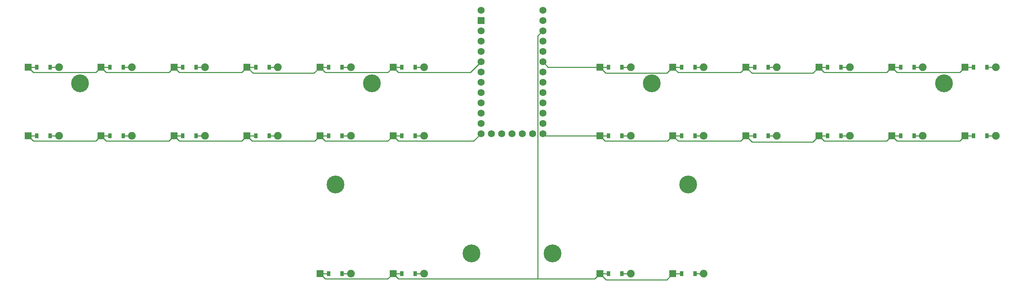
<source format=gbr>
%TF.GenerationSoftware,KiCad,Pcbnew,9.0.0*%
%TF.CreationDate,2025-03-17T14:32:24+01:00*%
%TF.ProjectId,pcb,7063622e-6b69-4636-9164-5f7063625858,v1.0.0*%
%TF.SameCoordinates,Original*%
%TF.FileFunction,Copper,L1,Top*%
%TF.FilePolarity,Positive*%
%FSLAX46Y46*%
G04 Gerber Fmt 4.6, Leading zero omitted, Abs format (unit mm)*
G04 Created by KiCad (PCBNEW 9.0.0) date 2025-03-17 14:32:24*
%MOMM*%
%LPD*%
G01*
G04 APERTURE LIST*
%TA.AperFunction,SMDPad,CuDef*%
%ADD10R,0.900000X1.200000*%
%TD*%
%TA.AperFunction,ComponentPad*%
%ADD11R,1.778000X1.778000*%
%TD*%
%TA.AperFunction,ComponentPad*%
%ADD12C,1.905000*%
%TD*%
%TA.AperFunction,ComponentPad*%
%ADD13C,1.752600*%
%TD*%
%TA.AperFunction,ComponentPad*%
%ADD14R,1.752600X1.752600*%
%TD*%
%TA.AperFunction,ComponentPad*%
%ADD15C,4.400000*%
%TD*%
%TA.AperFunction,ComponentPad*%
%ADD16C,0.700000*%
%TD*%
%TA.AperFunction,Conductor*%
%ADD17C,0.250000*%
%TD*%
G04 APERTURE END LIST*
D10*
%TO.P,D1,1*%
%TO.N,D21*%
X98350000Y-105000000D03*
%TO.P,D1,2*%
%TO.N,outer_lbottom*%
X101650000Y-105000000D03*
D11*
%TO.P,D1,1*%
%TO.N,D21*%
X96190000Y-105000000D03*
D12*
%TO.P,D1,2*%
%TO.N,outer_lbottom*%
X103810000Y-105000000D03*
%TD*%
D10*
%TO.P,D2,1*%
%TO.N,D29*%
X98350000Y-88000000D03*
%TO.P,D2,2*%
%TO.N,outer_ltop*%
X101650000Y-88000000D03*
D11*
%TO.P,D2,1*%
%TO.N,D29*%
X96190000Y-88000000D03*
D12*
%TO.P,D2,2*%
%TO.N,outer_ltop*%
X103810000Y-88000000D03*
%TD*%
D10*
%TO.P,D3,1*%
%TO.N,D21*%
X116350000Y-105000000D03*
%TO.P,D3,2*%
%TO.N,pinky_lbottom*%
X119650000Y-105000000D03*
D11*
%TO.P,D3,1*%
%TO.N,D21*%
X114190000Y-105000000D03*
D12*
%TO.P,D3,2*%
%TO.N,pinky_lbottom*%
X121810000Y-105000000D03*
%TD*%
D10*
%TO.P,D4,1*%
%TO.N,D29*%
X116350000Y-88000000D03*
%TO.P,D4,2*%
%TO.N,pinky_ltop*%
X119650000Y-88000000D03*
D11*
%TO.P,D4,1*%
%TO.N,D29*%
X114190000Y-88000000D03*
D12*
%TO.P,D4,2*%
%TO.N,pinky_ltop*%
X121810000Y-88000000D03*
%TD*%
D10*
%TO.P,D5,1*%
%TO.N,D21*%
X134350000Y-105000000D03*
%TO.P,D5,2*%
%TO.N,ring_lbottom*%
X137650000Y-105000000D03*
D11*
%TO.P,D5,1*%
%TO.N,D21*%
X132190000Y-105000000D03*
D12*
%TO.P,D5,2*%
%TO.N,ring_lbottom*%
X139810000Y-105000000D03*
%TD*%
D10*
%TO.P,D6,1*%
%TO.N,D29*%
X134350000Y-88000000D03*
%TO.P,D6,2*%
%TO.N,ring_ltop*%
X137650000Y-88000000D03*
D11*
%TO.P,D6,1*%
%TO.N,D29*%
X132190000Y-88000000D03*
D12*
%TO.P,D6,2*%
%TO.N,ring_ltop*%
X139810000Y-88000000D03*
%TD*%
D10*
%TO.P,D7,1*%
%TO.N,D21*%
X152350000Y-105000000D03*
%TO.P,D7,2*%
%TO.N,middle_lbottom*%
X155650000Y-105000000D03*
D11*
%TO.P,D7,1*%
%TO.N,D21*%
X150190000Y-105000000D03*
D12*
%TO.P,D7,2*%
%TO.N,middle_lbottom*%
X157810000Y-105000000D03*
%TD*%
D10*
%TO.P,D8,1*%
%TO.N,D29*%
X152350000Y-88000000D03*
%TO.P,D8,2*%
%TO.N,middle_ltop*%
X155650000Y-88000000D03*
D11*
%TO.P,D8,1*%
%TO.N,D29*%
X150190000Y-88000000D03*
D12*
%TO.P,D8,2*%
%TO.N,middle_ltop*%
X157810000Y-88000000D03*
%TD*%
D10*
%TO.P,D9,1*%
%TO.N,D21*%
X170350000Y-105000000D03*
%TO.P,D9,2*%
%TO.N,index_lbottom*%
X173650000Y-105000000D03*
D11*
%TO.P,D9,1*%
%TO.N,D21*%
X168190000Y-105000000D03*
D12*
%TO.P,D9,2*%
%TO.N,index_lbottom*%
X175810000Y-105000000D03*
%TD*%
D10*
%TO.P,D10,1*%
%TO.N,D29*%
X170350000Y-88000000D03*
%TO.P,D10,2*%
%TO.N,index_ltop*%
X173650000Y-88000000D03*
D11*
%TO.P,D10,1*%
%TO.N,D29*%
X168190000Y-88000000D03*
D12*
%TO.P,D10,2*%
%TO.N,index_ltop*%
X175810000Y-88000000D03*
%TD*%
D10*
%TO.P,D11,1*%
%TO.N,D21*%
X188350000Y-105000000D03*
%TO.P,D11,2*%
%TO.N,inner_lbottom*%
X191650000Y-105000000D03*
D11*
%TO.P,D11,1*%
%TO.N,D21*%
X186190000Y-105000000D03*
D12*
%TO.P,D11,2*%
%TO.N,inner_lbottom*%
X193810000Y-105000000D03*
%TD*%
D10*
%TO.P,D12,1*%
%TO.N,D29*%
X188350000Y-88000000D03*
%TO.P,D12,2*%
%TO.N,inner_ltop*%
X191650000Y-88000000D03*
D11*
%TO.P,D12,1*%
%TO.N,D29*%
X186190000Y-88000000D03*
D12*
%TO.P,D12,2*%
%TO.N,inner_ltop*%
X193810000Y-88000000D03*
%TD*%
D10*
%TO.P,D13,1*%
%TO.N,D9*%
X239350000Y-105000000D03*
%TO.P,D13,2*%
%TO.N,inner_rbottom*%
X242650000Y-105000000D03*
D11*
%TO.P,D13,1*%
%TO.N,D9*%
X237190000Y-105000000D03*
D12*
%TO.P,D13,2*%
%TO.N,inner_rbottom*%
X244810000Y-105000000D03*
%TD*%
D10*
%TO.P,D14,1*%
%TO.N,D2*%
X239350000Y-88000000D03*
%TO.P,D14,2*%
%TO.N,inner_rtop*%
X242650000Y-88000000D03*
D11*
%TO.P,D14,1*%
%TO.N,D2*%
X237190000Y-88000000D03*
D12*
%TO.P,D14,2*%
%TO.N,inner_rtop*%
X244810000Y-88000000D03*
%TD*%
D10*
%TO.P,D15,1*%
%TO.N,D9*%
X257350000Y-105000000D03*
%TO.P,D15,2*%
%TO.N,index_rbottom*%
X260650000Y-105000000D03*
D11*
%TO.P,D15,1*%
%TO.N,D9*%
X255190000Y-105000000D03*
D12*
%TO.P,D15,2*%
%TO.N,index_rbottom*%
X262810000Y-105000000D03*
%TD*%
D10*
%TO.P,D16,1*%
%TO.N,D2*%
X257350000Y-88000000D03*
%TO.P,D16,2*%
%TO.N,index_rtop*%
X260650000Y-88000000D03*
D11*
%TO.P,D16,1*%
%TO.N,D2*%
X255190000Y-88000000D03*
D12*
%TO.P,D16,2*%
%TO.N,index_rtop*%
X262810000Y-88000000D03*
%TD*%
D10*
%TO.P,D17,1*%
%TO.N,D9*%
X275350000Y-105000000D03*
%TO.P,D17,2*%
%TO.N,middle_rbottom*%
X278650000Y-105000000D03*
D11*
%TO.P,D17,1*%
%TO.N,D9*%
X273190000Y-105000000D03*
D12*
%TO.P,D17,2*%
%TO.N,middle_rbottom*%
X280810000Y-105000000D03*
%TD*%
D10*
%TO.P,D18,1*%
%TO.N,D2*%
X275350000Y-88000000D03*
%TO.P,D18,2*%
%TO.N,middle_rtop*%
X278650000Y-88000000D03*
D11*
%TO.P,D18,1*%
%TO.N,D2*%
X273190000Y-88000000D03*
D12*
%TO.P,D18,2*%
%TO.N,middle_rtop*%
X280810000Y-88000000D03*
%TD*%
D10*
%TO.P,D19,1*%
%TO.N,D9*%
X293350000Y-105000000D03*
%TO.P,D19,2*%
%TO.N,ring_rbottom*%
X296650000Y-105000000D03*
D11*
%TO.P,D19,1*%
%TO.N,D9*%
X291190000Y-105000000D03*
D12*
%TO.P,D19,2*%
%TO.N,ring_rbottom*%
X298810000Y-105000000D03*
%TD*%
D10*
%TO.P,D20,1*%
%TO.N,D2*%
X293350000Y-88000000D03*
%TO.P,D20,2*%
%TO.N,ring_rtop*%
X296650000Y-88000000D03*
D11*
%TO.P,D20,1*%
%TO.N,D2*%
X291190000Y-88000000D03*
D12*
%TO.P,D20,2*%
%TO.N,ring_rtop*%
X298810000Y-88000000D03*
%TD*%
D10*
%TO.P,D21,1*%
%TO.N,D9*%
X311350000Y-105000000D03*
%TO.P,D21,2*%
%TO.N,pinky_rbottom*%
X314650000Y-105000000D03*
D11*
%TO.P,D21,1*%
%TO.N,D9*%
X309190000Y-105000000D03*
D12*
%TO.P,D21,2*%
%TO.N,pinky_rbottom*%
X316810000Y-105000000D03*
%TD*%
D10*
%TO.P,D22,1*%
%TO.N,D2*%
X311350000Y-88000000D03*
%TO.P,D22,2*%
%TO.N,pinky_rtop*%
X314650000Y-88000000D03*
D11*
%TO.P,D22,1*%
%TO.N,D2*%
X309190000Y-88000000D03*
D12*
%TO.P,D22,2*%
%TO.N,pinky_rtop*%
X316810000Y-88000000D03*
%TD*%
D10*
%TO.P,D23,1*%
%TO.N,D9*%
X329350000Y-105000000D03*
%TO.P,D23,2*%
%TO.N,outer_rbottom*%
X332650000Y-105000000D03*
D11*
%TO.P,D23,1*%
%TO.N,D9*%
X327190000Y-105000000D03*
D12*
%TO.P,D23,2*%
%TO.N,outer_rbottom*%
X334810000Y-105000000D03*
%TD*%
D10*
%TO.P,D24,1*%
%TO.N,D2*%
X329350000Y-88000000D03*
%TO.P,D24,2*%
%TO.N,outer_rtop*%
X332650000Y-88000000D03*
D11*
%TO.P,D24,1*%
%TO.N,D2*%
X327190000Y-88000000D03*
D12*
%TO.P,D24,2*%
%TO.N,outer_rtop*%
X334810000Y-88000000D03*
%TD*%
D10*
%TO.P,D25,1*%
%TO.N,D1*%
X170350000Y-139000000D03*
%TO.P,D25,2*%
%TO.N,outer_lttop*%
X173650000Y-139000000D03*
D11*
%TO.P,D25,1*%
%TO.N,D1*%
X168190000Y-139000000D03*
D12*
%TO.P,D25,2*%
%TO.N,outer_lttop*%
X175810000Y-139000000D03*
%TD*%
D10*
%TO.P,D26,1*%
%TO.N,D1*%
X188350000Y-139000000D03*
%TO.P,D26,2*%
%TO.N,inner_lttop*%
X191650000Y-139000000D03*
D11*
%TO.P,D26,1*%
%TO.N,D1*%
X186190000Y-139000000D03*
D12*
%TO.P,D26,2*%
%TO.N,inner_lttop*%
X193810000Y-139000000D03*
%TD*%
D10*
%TO.P,D27,1*%
%TO.N,D1*%
X239350000Y-139000000D03*
%TO.P,D27,2*%
%TO.N,inner_rttop*%
X242650000Y-139000000D03*
D11*
%TO.P,D27,1*%
%TO.N,D1*%
X237190000Y-139000000D03*
D12*
%TO.P,D27,2*%
%TO.N,inner_rttop*%
X244810000Y-139000000D03*
%TD*%
D10*
%TO.P,D28,1*%
%TO.N,D1*%
X257350000Y-139000000D03*
%TO.P,D28,2*%
%TO.N,outer_rttop*%
X260650000Y-139000000D03*
D11*
%TO.P,D28,1*%
%TO.N,D1*%
X255190000Y-139000000D03*
D12*
%TO.P,D28,2*%
%TO.N,outer_rttop*%
X262810000Y-139000000D03*
%TD*%
D13*
%TO.P,MCU1,2*%
%TO.N,Dm*%
X207880000Y-73990000D03*
D14*
%TO.P,MCU1,1*%
%TO.N,RAW*%
X207880000Y-76530000D03*
D13*
%TO.P,MCU1,2*%
%TO.N,GND*%
X207880000Y-79070000D03*
%TO.P,MCU1,3*%
%TO.N,RST*%
X207880000Y-81610000D03*
%TO.P,MCU1,4*%
%TO.N,VCC*%
X207880000Y-84150000D03*
%TO.P,MCU1,5*%
%TO.N,D29*%
X207880000Y-86690000D03*
%TO.P,MCU1,6*%
%TO.N,D28*%
X207880000Y-89230000D03*
%TO.P,MCU1,7*%
%TO.N,D27*%
X207880000Y-91770000D03*
%TO.P,MCU1,8*%
%TO.N,D26*%
X207880000Y-94310000D03*
%TO.P,MCU1,9*%
%TO.N,D22*%
X207880000Y-96850000D03*
%TO.P,MCU1,10*%
%TO.N,D20*%
X207880000Y-99390000D03*
%TO.P,MCU1,11*%
%TO.N,D23*%
X207880000Y-101930000D03*
%TO.P,MCU1,12*%
%TO.N,D21*%
X207880000Y-104470000D03*
%TO.P,MCU1,13*%
%TO.N,D12*%
X220580000Y-104470000D03*
%TO.P,MCU1,14*%
%TO.N,D13*%
X218040000Y-104470000D03*
%TO.P,MCU1,15*%
%TO.N,D14*%
X215500000Y-104470000D03*
%TO.P,MCU1,16*%
%TO.N,D15*%
X212960000Y-104470000D03*
%TO.P,MCU1,17*%
%TO.N,D16*%
X210420000Y-104470000D03*
%TO.P,MCU1,18*%
%TO.N,Dp*%
X223120000Y-73990000D03*
%TO.P,MCU1,19*%
%TO.N,D0*%
X223120000Y-76530000D03*
%TO.P,MCU1,20*%
%TO.N,D1*%
X223120000Y-79070000D03*
%TO.P,MCU1,21*%
%TO.N,GND*%
X223120000Y-81610000D03*
%TO.P,MCU1,22*%
X223120000Y-84150000D03*
%TO.P,MCU1,23*%
%TO.N,D2*%
X223120000Y-86690000D03*
%TO.P,MCU1,24*%
%TO.N,D3*%
X223120000Y-89230000D03*
%TO.P,MCU1,25*%
%TO.N,D4*%
X223120000Y-91770000D03*
%TO.P,MCU1,26*%
%TO.N,D5*%
X223120000Y-94310000D03*
%TO.P,MCU1,27*%
%TO.N,D6*%
X223120000Y-96850000D03*
%TO.P,MCU1,28*%
%TO.N,D7*%
X223120000Y-99390000D03*
%TO.P,MCU1,29*%
%TO.N,D8*%
X223120000Y-101930000D03*
%TO.P,MCU1,30*%
%TO.N,D9*%
X223120000Y-104470000D03*
%TD*%
D15*
%TO.P,_1,1*%
%TO.N,N/C*%
X109000000Y-92000000D03*
D16*
X110629630Y-92000000D03*
X110152322Y-93152322D03*
X109000000Y-93629630D03*
X107847678Y-93152322D03*
X107370370Y-92000000D03*
X107847678Y-90847678D03*
X109000000Y-90370370D03*
X110152322Y-90847678D03*
%TD*%
D15*
%TO.P,_2,1*%
%TO.N,N/C*%
X181000000Y-92000000D03*
D16*
X182629630Y-92000000D03*
X182152322Y-93152322D03*
X181000000Y-93629630D03*
X179847678Y-93152322D03*
X179370370Y-92000000D03*
X179847678Y-90847678D03*
X181000000Y-90370370D03*
X182152322Y-90847678D03*
%TD*%
D15*
%TO.P,_3,1*%
%TO.N,N/C*%
X250000000Y-92000000D03*
D16*
X251629630Y-92000000D03*
X251152322Y-93152322D03*
X250000000Y-93629630D03*
X248847678Y-93152322D03*
X248370370Y-92000000D03*
X248847678Y-90847678D03*
X250000000Y-90370370D03*
X251152322Y-90847678D03*
%TD*%
D15*
%TO.P,_4,1*%
%TO.N,N/C*%
X322000000Y-92000000D03*
D16*
X323629630Y-92000000D03*
X323152322Y-93152322D03*
X322000000Y-93629630D03*
X320847678Y-93152322D03*
X320370370Y-92000000D03*
X320847678Y-90847678D03*
X322000000Y-90370370D03*
X323152322Y-90847678D03*
%TD*%
D15*
%TO.P,_5,1*%
%TO.N,N/C*%
X172000000Y-117000000D03*
D16*
X173629630Y-117000000D03*
X173152322Y-118152322D03*
X172000000Y-118629630D03*
X170847678Y-118152322D03*
X170370370Y-117000000D03*
X170847678Y-115847678D03*
X172000000Y-115370370D03*
X173152322Y-115847678D03*
%TD*%
D15*
%TO.P,_6,1*%
%TO.N,N/C*%
X259000000Y-117000000D03*
D16*
X260629630Y-117000000D03*
X260152322Y-118152322D03*
X259000000Y-118629630D03*
X257847678Y-118152322D03*
X257370370Y-117000000D03*
X257847678Y-115847678D03*
X259000000Y-115370370D03*
X260152322Y-115847678D03*
%TD*%
D15*
%TO.P,_7,1*%
%TO.N,N/C*%
X205500000Y-134000000D03*
D16*
X207129630Y-134000000D03*
X206652322Y-135152322D03*
X205500000Y-135629630D03*
X204347678Y-135152322D03*
X203870370Y-134000000D03*
X204347678Y-132847678D03*
X205500000Y-132370370D03*
X206652322Y-132847678D03*
%TD*%
D15*
%TO.P,_8,1*%
%TO.N,N/C*%
X225500000Y-134000000D03*
D16*
X227129630Y-134000000D03*
X226652322Y-135152322D03*
X225500000Y-135629630D03*
X224347678Y-135152322D03*
X223870370Y-134000000D03*
X224347678Y-132847678D03*
X225500000Y-132370370D03*
X226652322Y-132847678D03*
%TD*%
D17*
%TO.N,D1*%
X187468500Y-140278500D02*
X222000000Y-140278500D01*
X223120000Y-79070000D02*
X221917700Y-80272300D01*
X221917700Y-80272300D02*
X221917700Y-140196200D01*
X221917700Y-140196200D02*
X222000000Y-140278500D01*
X186190000Y-139000000D02*
X187468500Y-140278500D01*
X222000000Y-140278500D02*
X235911500Y-140278500D01*
X235911500Y-140278500D02*
X237190000Y-139000000D01*
%TO.N,D2*%
X237190000Y-88000000D02*
X224430000Y-88000000D01*
X224430000Y-88000000D02*
X223120000Y-86690000D01*
%TO.N,D9*%
X237190000Y-105000000D02*
X223650000Y-105000000D01*
X223650000Y-105000000D02*
X223120000Y-104470000D01*
%TO.N,D29*%
X186190000Y-88000000D02*
X187468500Y-89278500D01*
X187468500Y-89278500D02*
X205291500Y-89278500D01*
X205291500Y-89278500D02*
X207880000Y-86690000D01*
%TO.N,D21*%
X186190000Y-105000000D02*
X187468500Y-106278500D01*
X187468500Y-106278500D02*
X206071500Y-106278500D01*
X206071500Y-106278500D02*
X207880000Y-104470000D01*
X168190000Y-105000000D02*
X169468500Y-106278500D01*
X184911500Y-106278500D02*
X186190000Y-105000000D01*
X169468500Y-106278500D02*
X184911500Y-106278500D01*
X150190000Y-105000000D02*
X151468500Y-106278500D01*
X151468500Y-106278500D02*
X166911500Y-106278500D01*
X166911500Y-106278500D02*
X168190000Y-105000000D01*
X132190000Y-105000000D02*
X133468500Y-106278500D01*
X148911500Y-106278500D02*
X150190000Y-105000000D01*
X133468500Y-106278500D02*
X148911500Y-106278500D01*
X114190000Y-105000000D02*
X115468500Y-106278500D01*
X115468500Y-106278500D02*
X130911500Y-106278500D01*
X130911500Y-106278500D02*
X132190000Y-105000000D01*
X96190000Y-105000000D02*
X97468500Y-106278500D01*
X97468500Y-106278500D02*
X112911500Y-106278500D01*
X112911500Y-106278500D02*
X114190000Y-105000000D01*
%TO.N,D29*%
X168190000Y-88000000D02*
X169468500Y-89278500D01*
X169468500Y-89278500D02*
X184911500Y-89278500D01*
X184911500Y-89278500D02*
X186190000Y-88000000D01*
X150190000Y-88000000D02*
X151690000Y-89500000D01*
X151690000Y-89500000D02*
X166690000Y-89500000D01*
X166690000Y-89500000D02*
X168190000Y-88000000D01*
X132190000Y-88000000D02*
X133468500Y-89278500D01*
X133468500Y-89278500D02*
X148911500Y-89278500D01*
X148911500Y-89278500D02*
X150190000Y-88000000D01*
X114190000Y-88000000D02*
X115468500Y-89278500D01*
X115468500Y-89278500D02*
X130911500Y-89278500D01*
X130911500Y-89278500D02*
X132190000Y-88000000D01*
X96190000Y-88000000D02*
X97468500Y-89278500D01*
X97468500Y-89278500D02*
X112911500Y-89278500D01*
X112911500Y-89278500D02*
X114190000Y-88000000D01*
%TO.N,D1*%
X168190000Y-139000000D02*
X169468500Y-140278500D01*
X169468500Y-140278500D02*
X184911500Y-140278500D01*
X184911500Y-140278500D02*
X186190000Y-139000000D01*
X237190000Y-139000000D02*
X238690000Y-140500000D01*
X238690000Y-140500000D02*
X253690000Y-140500000D01*
X253690000Y-140500000D02*
X255190000Y-139000000D01*
%TO.N,D9*%
X309190000Y-105000000D02*
X310468500Y-106278500D01*
X310468500Y-106278500D02*
X325911500Y-106278500D01*
X325911500Y-106278500D02*
X327190000Y-105000000D01*
X291190000Y-105000000D02*
X292468500Y-106278500D01*
X292468500Y-106278500D02*
X307911500Y-106278500D01*
X307911500Y-106278500D02*
X309190000Y-105000000D01*
X273190000Y-105000000D02*
X274690000Y-106500000D01*
X274690000Y-106500000D02*
X289690000Y-106500000D01*
X289690000Y-106500000D02*
X291190000Y-105000000D01*
X255190000Y-105000000D02*
X256468500Y-106278500D01*
X256468500Y-106278500D02*
X271911500Y-106278500D01*
X271911500Y-106278500D02*
X273190000Y-105000000D01*
X237190000Y-105000000D02*
X238468500Y-106278500D01*
X238468500Y-106278500D02*
X253911500Y-106278500D01*
X253911500Y-106278500D02*
X255190000Y-105000000D01*
%TO.N,D2*%
X309190000Y-88000000D02*
X310468500Y-89278500D01*
X325911500Y-89278500D02*
X327190000Y-88000000D01*
X310468500Y-89278500D02*
X325911500Y-89278500D01*
X291190000Y-88000000D02*
X292468500Y-89278500D01*
X307911500Y-89278500D02*
X309190000Y-88000000D01*
X292468500Y-89278500D02*
X307911500Y-89278500D01*
X273190000Y-88000000D02*
X274690000Y-89500000D01*
X274690000Y-89500000D02*
X289690000Y-89500000D01*
X289690000Y-89500000D02*
X291190000Y-88000000D01*
X255190000Y-88000000D02*
X256468500Y-89278500D01*
X256468500Y-89278500D02*
X271911500Y-89278500D01*
X271911500Y-89278500D02*
X273190000Y-88000000D01*
X237190000Y-88000000D02*
X238664000Y-89474000D01*
X238664000Y-89474000D02*
X253716000Y-89474000D01*
X253716000Y-89474000D02*
X255190000Y-88000000D01*
%TO.N,D9*%
X239350000Y-105000000D02*
X237190000Y-105000000D01*
%TO.N,inner_rbottom*%
X244810000Y-105000000D02*
X242650000Y-105000000D01*
%TO.N,D9*%
X257350000Y-105000000D02*
X255190000Y-105000000D01*
%TO.N,index_rbottom*%
X262810000Y-105000000D02*
X260650000Y-105000000D01*
%TO.N,D9*%
X275350000Y-105000000D02*
X273190000Y-105000000D01*
%TO.N,middle_rbottom*%
X280810000Y-105000000D02*
X278650000Y-105000000D01*
%TO.N,D9*%
X293350000Y-105000000D02*
X291190000Y-105000000D01*
%TO.N,ring_rbottom*%
X298810000Y-105000000D02*
X296650000Y-105000000D01*
%TO.N,D9*%
X311350000Y-105000000D02*
X309190000Y-105000000D01*
%TO.N,pinky_rbottom*%
X316810000Y-105000000D02*
X314650000Y-105000000D01*
%TO.N,D9*%
X329350000Y-105000000D02*
X327190000Y-105000000D01*
%TO.N,outer_rbottom*%
X334810000Y-105000000D02*
X332650000Y-105000000D01*
%TO.N,outer_rtop*%
X332650000Y-88000000D02*
X334810000Y-88000000D01*
%TO.N,D2*%
X327190000Y-88000000D02*
X329350000Y-88000000D01*
%TO.N,pinky_rtop*%
X314650000Y-88000000D02*
X316810000Y-88000000D01*
%TO.N,D2*%
X309190000Y-88000000D02*
X311350000Y-88000000D01*
%TO.N,ring_rtop*%
X296650000Y-88000000D02*
X298810000Y-88000000D01*
%TO.N,D2*%
X291190000Y-88000000D02*
X293350000Y-88000000D01*
%TO.N,middle_rtop*%
X278650000Y-88000000D02*
X280810000Y-88000000D01*
%TO.N,D2*%
X273190000Y-88000000D02*
X275350000Y-88000000D01*
%TO.N,index_rtop*%
X260650000Y-88000000D02*
X262810000Y-88000000D01*
%TO.N,D2*%
X255190000Y-88000000D02*
X257350000Y-88000000D01*
%TO.N,inner_rtop*%
X242650000Y-88000000D02*
X244810000Y-88000000D01*
%TO.N,D2*%
X237190000Y-88000000D02*
X239350000Y-88000000D01*
%TO.N,D1*%
X239350000Y-139000000D02*
X237190000Y-139000000D01*
%TO.N,inner_rttop*%
X244810000Y-139000000D02*
X242650000Y-139000000D01*
%TO.N,D1*%
X257350000Y-139000000D02*
X255190000Y-139000000D01*
%TO.N,outer_rttop*%
X262810000Y-139000000D02*
X260650000Y-139000000D01*
%TO.N,D1*%
X170350000Y-139000000D02*
X168190000Y-139000000D01*
%TO.N,outer_lttop*%
X175810000Y-139000000D02*
X173650000Y-139000000D01*
%TO.N,D1*%
X188350000Y-139000000D02*
X186190000Y-139000000D01*
%TO.N,inner_lttop*%
X193810000Y-139000000D02*
X191650000Y-139000000D01*
%TO.N,D21*%
X98350000Y-105000000D02*
X96190000Y-105000000D01*
%TO.N,outer_lbottom*%
X103810000Y-105000000D02*
X101650000Y-105000000D01*
%TO.N,D21*%
X116350000Y-105000000D02*
X114190000Y-105000000D01*
%TO.N,pinky_lbottom*%
X121810000Y-105000000D02*
X119650000Y-105000000D01*
%TO.N,D21*%
X134350000Y-105000000D02*
X132190000Y-105000000D01*
%TO.N,ring_lbottom*%
X139810000Y-105000000D02*
X137650000Y-105000000D01*
%TO.N,D21*%
X152350000Y-105000000D02*
X150190000Y-105000000D01*
%TO.N,middle_lbottom*%
X157810000Y-105000000D02*
X155650000Y-105000000D01*
%TO.N,D21*%
X170350000Y-105000000D02*
X168190000Y-105000000D01*
%TO.N,index_lbottom*%
X175810000Y-105000000D02*
X173650000Y-105000000D01*
%TO.N,D21*%
X188350000Y-105000000D02*
X186190000Y-105000000D01*
%TO.N,inner_lbottom*%
X193810000Y-105000000D02*
X191650000Y-105000000D01*
%TO.N,inner_ltop*%
X191650000Y-88000000D02*
X193810000Y-88000000D01*
%TO.N,D29*%
X186190000Y-88000000D02*
X188350000Y-88000000D01*
%TO.N,index_ltop*%
X173650000Y-88000000D02*
X175810000Y-88000000D01*
%TO.N,D29*%
X168190000Y-88000000D02*
X170350000Y-88000000D01*
%TO.N,middle_ltop*%
X155650000Y-88000000D02*
X157810000Y-88000000D01*
%TO.N,D29*%
X150190000Y-88000000D02*
X152350000Y-88000000D01*
%TO.N,ring_ltop*%
X137650000Y-88000000D02*
X139810000Y-88000000D01*
%TO.N,D29*%
X132190000Y-88000000D02*
X134350000Y-88000000D01*
%TO.N,pinky_ltop*%
X119650000Y-88000000D02*
X121810000Y-88000000D01*
%TO.N,D29*%
X114190000Y-88000000D02*
X116350000Y-88000000D01*
%TO.N,outer_ltop*%
X101650000Y-88000000D02*
X103810000Y-88000000D01*
%TO.N,D29*%
X96190000Y-88000000D02*
X98350000Y-88000000D01*
%TD*%
M02*

</source>
